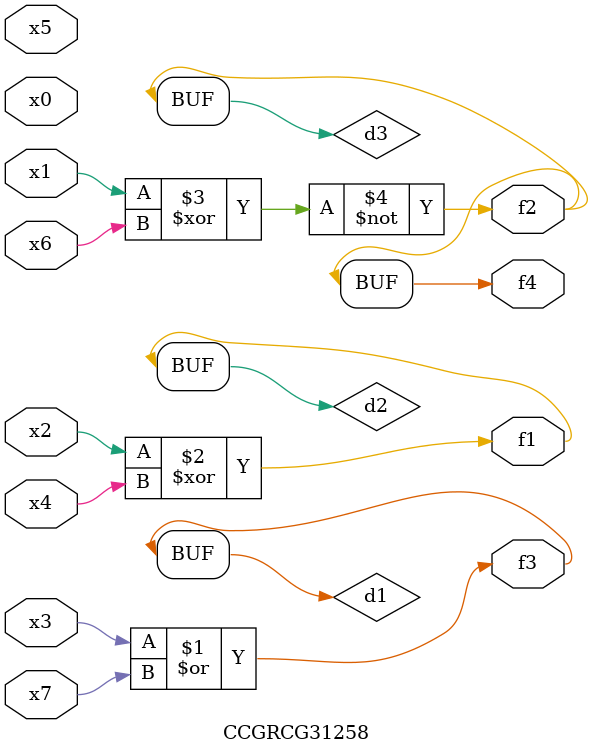
<source format=v>
module CCGRCG31258(
	input x0, x1, x2, x3, x4, x5, x6, x7,
	output f1, f2, f3, f4
);

	wire d1, d2, d3;

	or (d1, x3, x7);
	xor (d2, x2, x4);
	xnor (d3, x1, x6);
	assign f1 = d2;
	assign f2 = d3;
	assign f3 = d1;
	assign f4 = d3;
endmodule

</source>
